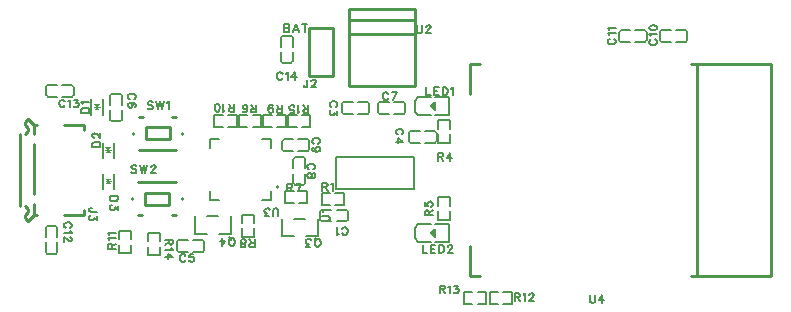
<source format=gto>
G04 Layer: TopSilkscreenLayer*
G04 EasyEDA Pro v2.1.42.467b0aa0, 2024-01-03 14:17:13*
G04 Gerber Generator version 0.3*
G04 Scale: 100 percent, Rotated: No, Reflected: No*
G04 Dimensions in millimeters*
G04 Leading zeros omitted, absolute positions, 3 integers and 5 decimals*
%FSLAX35Y35*%
%MOMM*%
%ADD10C,0.1524*%
%ADD11C,0.2032*%
%ADD12C,0.254*%
%ADD13C,0.13*%
%ADD14C,0.1*%
%ADD15C,0.1517*%
%ADD16C,0.15001*%
G75*


G04 Text Start*
G54D10*
G01X4638040Y2710434D02*
G01X4638040Y2645410D01*
G01X4638040Y2710434D02*
G01X4665980Y2710434D01*
G01X4675124Y2707386D01*
G01X4678172Y2704338D01*
G01X4681474Y2697988D01*
G01Y2691892D01*
G01X4678172Y2685796D01*
G01X4675124Y2682748D01*
G01X4665980Y2679446D01*
G01X4638040Y2679446D02*
G01X4665980Y2679446D01*
G01X4675124Y2676398D01*
G01X4678172Y2673350D01*
G01X4681474Y2667254D01*
G01Y2657856D01*
G01X4678172Y2651760D01*
G01X4675124Y2648458D01*
G01X4665980Y2645410D01*
G01X4638040D01*
G01X4736338Y2710434D02*
G01X4711700Y2645410D01*
G01X4736338Y2710434D02*
G01X4761230Y2645410D01*
G01X4720844Y2667254D02*
G01X4751832Y2667254D01*
G01X4813046Y2710434D02*
G01X4813046Y2645410D01*
G01X4791456Y2710434D02*
G01X4834636Y2710434D01*
G01X7227570Y419354D02*
G01X7227570Y372872D01*
G01X7230618Y363728D01*
G01X7236968Y357378D01*
G01X7246112Y354330D01*
G01X7252462D01*
G01X7261606Y357378D01*
G01X7267702Y363728D01*
G01X7271004Y372872D01*
G01Y419354D01*
G01X7331964Y419354D02*
G01X7301230Y376174D01*
G01X7347458D01*
G01X7331964Y419354D02*
G01X7331964Y354330D01*
G01X4587578Y1088352D02*
G01X4587578Y1134834D01*
G01X4584530Y1143978D01*
G01X4578180Y1150328D01*
G01X4569036Y1153376D01*
G01X4562686D01*
G01X4553542Y1150328D01*
G01X4547446Y1143978D01*
G01X4544144Y1134834D01*
G01Y1088352D01*
G01X4507822Y1088352D02*
G01X4473786Y1088352D01*
G01X4492328Y1112990D01*
G01X4483184D01*
G01X4476834Y1116038D01*
G01X4473786Y1119340D01*
G01X4470738Y1128484D01*
G01Y1134834D01*
G01X4473786Y1143978D01*
G01X4479882Y1150328D01*
G01X4489280Y1153376D01*
G01X4498678D01*
G01X4507822Y1150328D01*
G01X4510870Y1147026D01*
G01X4513918Y1140930D01*
G01X4957945Y1048431D02*
G01X5004427Y1048431D01*
G01X5013571Y1051479D01*
G01X5019921Y1057829D01*
G01X5022969Y1066973D01*
G01Y1073323D01*
G01X5019921Y1082467D01*
G01X5013571Y1088563D01*
G01X5004427Y1091865D01*
G01X4957945D01*
G01X4970391Y1122091D02*
G01X4967089Y1128187D01*
G01X4957945Y1137331D01*
G01X5022969D01*
G01X3050794Y1124712D02*
G01X3001264Y1124712D01*
G01X2992120Y1127760D01*
G01X2988818Y1130808D01*
G01X2985770Y1137158D01*
G01Y1143254D01*
G01X2988818Y1149604D01*
G01X2992120Y1152652D01*
G01X3001264Y1155700D01*
G01X3007614D01*
G01X3050794Y1088390D02*
G01X3050794Y1054354D01*
G01X3026156Y1072896D01*
G01Y1063752D01*
G01X3023108Y1057402D01*
G01X3019806Y1054354D01*
G01X3010662Y1051306D01*
G01X3004312D01*
G01X2995168Y1054354D01*
G01X2988818Y1060450D01*
G01X2985770Y1069848D01*
G01Y1079246D01*
G01X2988818Y1088390D01*
G01X2992120Y1091438D01*
G01X2998216Y1094486D01*
G01X2919476Y1963420D02*
G01X2984500Y1963420D01*
G01X2919476Y1963420D02*
G01X2919476Y1985010D01*
G01X2922524Y1994408D01*
G01X2928620Y2000504D01*
G01X2934970Y2003552D01*
G01X2944114Y2006854D01*
G01X2959608D01*
G01X2969006Y2003552D01*
G01X2975102Y2000504D01*
G01X2981452Y1994408D01*
G01X2984500Y1985010D01*
G01Y1963420D01*
G01X2931922Y2037080D02*
G01X2928620Y2043176D01*
G01X2919476Y2052320D01*
G01X2984500D01*
G01X3014726Y1675130D02*
G01X3079750Y1675130D01*
G01X3014726Y1675130D02*
G01X3014726Y1696720D01*
G01X3017774Y1706118D01*
G01X3023870Y1712214D01*
G01X3030220Y1715262D01*
G01X3039364Y1718564D01*
G01X3054858D01*
G01X3064256Y1715262D01*
G01X3070352Y1712214D01*
G01X3076702Y1706118D01*
G01X3079750Y1696720D01*
G01Y1675130D01*
G01X3030220Y1751838D02*
G01X3027172Y1751838D01*
G01X3020822Y1754886D01*
G01X3017774Y1757934D01*
G01X3014726Y1764030D01*
G01Y1776476D01*
G01X3017774Y1782826D01*
G01X3020822Y1785874D01*
G01X3027172Y1788922D01*
G01X3033268D01*
G01X3039364Y1785874D01*
G01X3048762Y1779524D01*
G01X3079750Y1748790D01*
G01Y1791970D01*
G01X3228594Y1256030D02*
G01X3163570Y1256030D01*
G01X3228594Y1256030D02*
G01X3228594Y1234440D01*
G01X3225546Y1225042D01*
G01X3219450Y1218946D01*
G01X3213100Y1215898D01*
G01X3203956Y1212596D01*
G01X3188462D01*
G01X3179064Y1215898D01*
G01X3172968Y1218946D01*
G01X3166618Y1225042D01*
G01X3163570Y1234440D01*
G01Y1256030D01*
G01X3228594Y1176274D02*
G01X3228594Y1142238D01*
G01X3203956Y1160780D01*
G01Y1151636D01*
G01X3200908Y1145286D01*
G01X3197606Y1142238D01*
G01X3188462Y1139190D01*
G01X3182112D01*
G01X3172968Y1142238D01*
G01X3166618Y1148334D01*
G01X3163570Y1157732D01*
G01Y1167130D01*
G01X3166618Y1176274D01*
G01X3169920Y1179322D01*
G01X3176016Y1182370D01*
G01X4926838Y830326D02*
G01X4932934Y833374D01*
G01X4939284Y839470D01*
G01X4942332Y845820D01*
G01X4945380Y854964D01*
G01Y870458D01*
G01X4942332Y879856D01*
G01X4939284Y885952D01*
G01X4932934Y892302D01*
G01X4926838Y895350D01*
G01X4914392D01*
G01X4908296Y892302D01*
G01X4901946Y885952D01*
G01X4898898Y879856D01*
G01X4895850Y870458D01*
G01Y854964D01*
G01X4898898Y845820D01*
G01X4901946Y839470D01*
G01X4908296Y833374D01*
G01X4914392Y830326D01*
G01X4926838D01*
G01X4917440Y882904D02*
G01X4898898Y901446D01*
G01X4859528Y830326D02*
G01X4825492Y830326D01*
G01X4844034Y854964D01*
G01X4834890D01*
G01X4828540Y858012D01*
G01X4825492Y861314D01*
G01X4822444Y870458D01*
G01Y876808D01*
G01X4825492Y885952D01*
G01X4831588Y892302D01*
G01X4840986Y895350D01*
G01X4850384D01*
G01X4859528Y892302D01*
G01X4862576Y889000D01*
G01X4865624Y882904D01*
G01X4200398Y836676D02*
G01X4206494Y839724D01*
G01X4212844Y845820D01*
G01X4215892Y852170D01*
G01X4218940Y861314D01*
G01Y876808D01*
G01X4215892Y886206D01*
G01X4212844Y892302D01*
G01X4206494Y898652D01*
G01X4200398Y901700D01*
G01X4187952D01*
G01X4181856Y898652D01*
G01X4175506Y892302D01*
G01X4172458Y886206D01*
G01X4169410Y876808D01*
G01Y861314D01*
G01X4172458Y852170D01*
G01X4175506Y845820D01*
G01X4181856Y839724D01*
G01X4187952Y836676D01*
G01X4200398D01*
G01X4191000Y889254D02*
G01X4172458Y907796D01*
G01X4108450Y836676D02*
G01X4139184Y879856D01*
G01X4092956D01*
G01X4108450Y836676D02*
G01X4108450Y901700D01*
G01X5130068Y943280D02*
G01X5133116Y936930D01*
G01X5139466Y930834D01*
G01X5145562Y927786D01*
G01X5158008D01*
G01X5164104Y930834D01*
G01X5170454Y936930D01*
G01X5173502Y943280D01*
G01X5176550Y952424D01*
G01Y967918D01*
G01X5173502Y977316D01*
G01X5170454Y983412D01*
G01X5164104Y989762D01*
G01X5158008Y992810D01*
G01X5145562D01*
G01X5139466Y989762D01*
G01X5133116Y983412D01*
G01X5130068Y977316D01*
G01X5099842Y940232D02*
G01X5093746Y936930D01*
G01X5084602Y927786D01*
G01Y992810D01*
G01X3145536Y811530D02*
G01X3210560Y811530D01*
G01X3145536Y811530D02*
G01X3145536Y839470D01*
G01X3148584Y848614D01*
G01X3151632Y851662D01*
G01X3157982Y854964D01*
G01X3164078D01*
G01X3170174Y851662D01*
G01X3173222Y848614D01*
G01X3176524Y839470D01*
G01Y811530D01*
G01X3176524Y833120D02*
G01X3210560Y854964D01*
G01X3157982Y885190D02*
G01X3154680Y891286D01*
G01X3145536Y900430D01*
G01X3210560D01*
G01X3157982Y930656D02*
G01X3154680Y936752D01*
G01X3145536Y945896D01*
G01X3210560D01*
G01X3694684Y889000D02*
G01X3629660Y889000D01*
G01X3694684Y889000D02*
G01X3694684Y861060D01*
G01X3691636Y851916D01*
G01X3688588Y848868D01*
G01X3682238Y845566D01*
G01X3676142D01*
G01X3670046Y848868D01*
G01X3666998Y851916D01*
G01X3663696Y861060D01*
G01Y889000D01*
G01X3663696Y867410D02*
G01X3629660Y845566D01*
G01X3682238Y815340D02*
G01X3685540Y809244D01*
G01X3694684Y800100D01*
G01X3629660D01*
G01X3694684Y739140D02*
G01X3651504Y769874D01*
G01Y723646D01*
G01X3694684Y739140D02*
G01X3629660Y739140D01*
G54D11*
G01X4663440Y1358646D02*
G01X4663440Y1296924D01*
G01X4663440Y1358646D02*
G01X4689856Y1358646D01*
G01X4698746Y1355598D01*
G01X4701540Y1352804D01*
G01X4704588Y1346708D01*
G01Y1340866D01*
G01X4701540Y1335024D01*
G01X4698746Y1332230D01*
G01X4689856Y1329182D01*
G01X4663440D01*
G01X4684014Y1329182D02*
G01X4704588Y1296924D01*
G01X4780026Y1358646D02*
G01X4750816Y1296924D01*
G01X4739132Y1358646D02*
G01X4780026Y1358646D01*
G54D10*
G01X4386580Y825246D02*
G01X4386580Y890270D01*
G01X4386580Y825246D02*
G01X4358640Y825246D01*
G01X4349496Y828294D01*
G01X4346448Y831342D01*
G01X4343146Y837692D01*
G01Y843788D01*
G01X4346448Y849884D01*
G01X4349496Y852932D01*
G01X4358640Y856234D01*
G01X4386580D01*
G01X4364990Y856234D02*
G01X4343146Y890270D01*
G01X4297680Y825246D02*
G01X4306824Y828294D01*
G01X4309872Y834390D01*
G01Y840740D01*
G01X4306824Y846836D01*
G01X4300728Y849884D01*
G01X4288282Y852932D01*
G01X4278884Y856234D01*
G01X4272788Y862330D01*
G01X4269740Y868426D01*
G01Y877824D01*
G01X4272788Y883920D01*
G01X4275836Y887222D01*
G01X4285234Y890270D01*
G01X4297680D01*
G01X4306824Y887222D01*
G01X4309872Y883920D01*
G01X4312920Y877824D01*
G01Y868426D01*
G01X4309872Y862330D01*
G01X4303776Y856234D01*
G01X4294378Y852932D01*
G01X4282186Y849884D01*
G01X4275836Y846836D01*
G01X4272788Y840740D01*
G01Y834390D01*
G01X4275836Y828294D01*
G01X4285234Y825246D01*
G01X4297680D01*
G01X4961890Y1369314D02*
G01X4961890Y1304290D01*
G01X4961890Y1369314D02*
G01X4989830Y1369314D01*
G01X4998974Y1366266D01*
G01X5002022Y1363218D01*
G01X5005324Y1356868D01*
G01Y1350772D01*
G01X5002022Y1344676D01*
G01X4998974Y1341628D01*
G01X4989830Y1338326D01*
G01X4961890D01*
G01X4983480Y1338326D02*
G01X5005324Y1304290D01*
G01X5035550Y1356868D02*
G01X5041646Y1360170D01*
G01X5050790Y1369314D01*
G01Y1304290D01*
G01X4211320Y1972056D02*
G01X4211320Y2037080D01*
G01X4211320Y1972056D02*
G01X4183380Y1972056D01*
G01X4174236Y1975104D01*
G01X4171188Y1978152D01*
G01X4167886Y1984502D01*
G01Y1990598D01*
G01X4171188Y1996694D01*
G01X4174236Y1999742D01*
G01X4183380Y2003044D01*
G01X4211320D01*
G01X4189730Y2003044D02*
G01X4167886Y2037080D01*
G01X4137660Y1984502D02*
G01X4131564Y1981200D01*
G01X4122420Y1972056D01*
G01Y2037080D01*
G01X4073652Y1972056D02*
G01X4083050Y1975104D01*
G01X4089146Y1984502D01*
G01X4092194Y1999742D01*
G01Y2009140D01*
G01X4089146Y2024634D01*
G01X4083050Y2034032D01*
G01X4073652Y2037080D01*
G01X4067556D01*
G01X4058158Y2034032D01*
G01X4052062Y2024634D01*
G01X4049014Y2009140D01*
G01Y1999742D01*
G01X4052062Y1984502D01*
G01X4058158Y1975104D01*
G01X4067556Y1972056D01*
G01X4073652D01*
G01X4616450Y1963166D02*
G01X4616450Y2028190D01*
G01X4616450Y1963166D02*
G01X4588510Y1963166D01*
G01X4579366Y1966214D01*
G01X4576318Y1969262D01*
G01X4573016Y1975612D01*
G01Y1981708D01*
G01X4576318Y1987804D01*
G01X4579366Y1990852D01*
G01X4588510Y1994154D01*
G01X4616450D01*
G01X4594860Y1994154D02*
G01X4573016Y2028190D01*
G01X4502658Y1984756D02*
G01X4505706Y1994154D01*
G01X4512056Y2000250D01*
G01X4521200Y2003298D01*
G01X4524248D01*
G01X4533646Y2000250D01*
G01X4539742Y1994154D01*
G01X4542790Y1984756D01*
G01Y1981708D01*
G01X4539742Y1972310D01*
G01X4533646Y1966214D01*
G01X4524248Y1963166D01*
G01X4521200D01*
G01X4512056Y1966214D01*
G01X4505706Y1972310D01*
G01X4502658Y1984756D01*
G01Y2000250D01*
G01X4505706Y2015744D01*
G01X4512056Y2025142D01*
G01X4521200Y2028190D01*
G01X4527550D01*
G01X4536694Y2025142D01*
G01X4539742Y2018792D01*
G01X4843526Y1961896D02*
G01X4843526Y2026920D01*
G01X4843526Y1961896D02*
G01X4815586Y1961896D01*
G01X4806442Y1964944D01*
G01X4803394Y1967992D01*
G01X4800092Y1974342D01*
G01Y1980438D01*
G01X4803394Y1986534D01*
G01X4806442Y1989582D01*
G01X4815586Y1992884D01*
G01X4843526D01*
G01X4821936Y1992884D02*
G01X4800092Y2026920D01*
G01X4769866Y1974342D02*
G01X4763770Y1971040D01*
G01X4754626Y1961896D01*
G01Y2026920D01*
G01X4687316Y1961896D02*
G01X4718304Y1961896D01*
G01X4721352Y1989582D01*
G01X4718304Y1986534D01*
G01X4709160Y1983486D01*
G01X4699762D01*
G01X4690364Y1986534D01*
G01X4684268Y1992884D01*
G01X4681220Y2002028D01*
G01Y2008378D01*
G01X4684268Y2017522D01*
G01X4690364Y2023872D01*
G01X4699762Y2026920D01*
G01X4709160D01*
G01X4718304Y2023872D01*
G01X4721352Y2020570D01*
G01X4724400Y2014474D01*
G01X4400550Y1966976D02*
G01X4400550Y2032000D01*
G01X4400550Y1966976D02*
G01X4372610Y1966976D01*
G01X4363466Y1970024D01*
G01X4360418Y1973072D01*
G01X4357116Y1979422D01*
G01Y1985518D01*
G01X4360418Y1991614D01*
G01X4363466Y1994662D01*
G01X4372610Y1997964D01*
G01X4400550D01*
G01X4378960Y1997964D02*
G01X4357116Y2032000D01*
G01X4289806Y1976120D02*
G01X4292854Y1970024D01*
G01X4302252Y1966976D01*
G01X4308348D01*
G01X4317746Y1970024D01*
G01X4323842Y1979422D01*
G01X4326890Y1994662D01*
G01Y2010156D01*
G01X4323842Y2022602D01*
G01X4317746Y2028952D01*
G01X4308348Y2032000D01*
G01X4305300D01*
G01X4296156Y2028952D01*
G01X4289806Y2022602D01*
G01X4286758Y2013458D01*
G01Y2010156D01*
G01X4289806Y2001012D01*
G01X4296156Y1994662D01*
G01X4305300Y1991614D01*
G01X4308348D01*
G01X4317746Y1994662D01*
G01X4323842Y2001012D01*
G01X4326890Y2010156D01*
G01X3801872Y751840D02*
G01X3798824Y758190D01*
G01X3792474Y764286D01*
G01X3786378Y767334D01*
G01X3773932D01*
G01X3767836Y764286D01*
G01X3761486Y758190D01*
G01X3758438Y751840D01*
G01X3755390Y742696D01*
G01Y727202D01*
G01X3758438Y717804D01*
G01X3761486Y711708D01*
G01X3767836Y705358D01*
G01X3773932Y702310D01*
G01X3786378D01*
G01X3792474Y705358D01*
G01X3798824Y711708D01*
G01X3801872Y717804D01*
G01X3869182Y767334D02*
G01X3838194Y767334D01*
G01X3835146Y739648D01*
G01X3838194Y742696D01*
G01X3847338Y745744D01*
G01X3856736D01*
G01X3866134Y742696D01*
G01X3872230Y736346D01*
G01X3875278Y727202D01*
G01Y720852D01*
G01X3872230Y711708D01*
G01X3866134Y705358D01*
G01X3856736Y702310D01*
G01X3847338D01*
G01X3838194Y705358D01*
G01X3835146Y708660D01*
G01X3832098Y714756D01*
G01X3364560Y2076988D02*
G01X3370910Y2080036D01*
G01X3377006Y2086386D01*
G01X3380054Y2092482D01*
G01Y2104928D01*
G01X3377006Y2111024D01*
G01X3370910Y2117374D01*
G01X3364560Y2120422D01*
G01X3355416Y2123470D01*
G01X3339922D01*
G01X3330524Y2120422D01*
G01X3324428Y2117374D01*
G01X3318078Y2111024D01*
G01X3315030Y2104928D01*
G01Y2092482D01*
G01X3318078Y2086386D01*
G01X3324428Y2080036D01*
G01X3330524Y2076988D01*
G01X3370910Y2009678D02*
G01X3377006Y2012726D01*
G01X3380054Y2022124D01*
G01Y2028220D01*
G01X3377006Y2037618D01*
G01X3367608Y2043714D01*
G01X3352368Y2046762D01*
G01X3336874D01*
G01X3324428Y2043714D01*
G01X3318078Y2037618D01*
G01X3315030Y2028220D01*
G01Y2025172D01*
G01X3318078Y2016028D01*
G01X3324428Y2009678D01*
G01X3333572Y2006630D01*
G01X3336874D01*
G01X3346018Y2009678D01*
G01X3352368Y2016028D01*
G01X3355416Y2025172D01*
G01Y2028220D01*
G01X3352368Y2037618D01*
G01X3346018Y2043714D01*
G01X3336874Y2046762D01*
G01X6591300Y434594D02*
G01X6591300Y369570D01*
G01X6591300Y434594D02*
G01X6619240Y434594D01*
G01X6628384Y431546D01*
G01X6631432Y428498D01*
G01X6634734Y422148D01*
G01Y416052D01*
G01X6631432Y409956D01*
G01X6628384Y406908D01*
G01X6619240Y403606D01*
G01X6591300D01*
G01X6612890Y403606D02*
G01X6634734Y369570D01*
G01X6664960Y422148D02*
G01X6671056Y425450D01*
G01X6680200Y434594D01*
G01Y369570D01*
G01X6713474Y419100D02*
G01X6713474Y422148D01*
G01X6716522Y428498D01*
G01X6719570Y431546D01*
G01X6725666Y434594D01*
G01X6738112D01*
G01X6744462Y431546D01*
G01X6747510Y428498D01*
G01X6750558Y422148D01*
G01Y416052D01*
G01X6747510Y409956D01*
G01X6741160Y400558D01*
G01X6710426Y369570D01*
G01X6753606D01*
G01X5953760Y499364D02*
G01X5953760Y434340D01*
G01X5953760Y499364D02*
G01X5981700Y499364D01*
G01X5990844Y496316D01*
G01X5993892Y493268D01*
G01X5997194Y486918D01*
G01Y480822D01*
G01X5993892Y474726D01*
G01X5990844Y471678D01*
G01X5981700Y468376D01*
G01X5953760D01*
G01X5975350Y468376D02*
G01X5997194Y434340D01*
G01X6027420Y486918D02*
G01X6033516Y490220D01*
G01X6042660Y499364D01*
G01Y434340D01*
G01X6078982Y499364D02*
G01X6113018Y499364D01*
G01X6094476Y474726D01*
G01X6103620D01*
G01X6109970Y471678D01*
G01X6113018Y468376D01*
G01X6116066Y459232D01*
G01Y452882D01*
G01X6113018Y443738D01*
G01X6106922Y437388D01*
G01X6097524Y434340D01*
G01X6088126D01*
G01X6078982Y437388D01*
G01X6075934Y440690D01*
G01X6072886Y446786D01*
G01X5941060Y1623314D02*
G01X5941060Y1558290D01*
G01X5941060Y1623314D02*
G01X5969000Y1623314D01*
G01X5978144Y1620266D01*
G01X5981192Y1617218D01*
G01X5984494Y1610868D01*
G01Y1604772D01*
G01X5981192Y1598676D01*
G01X5978144Y1595628D01*
G01X5969000Y1592326D01*
G01X5941060D01*
G01X5962650Y1592326D02*
G01X5984494Y1558290D01*
G01X6045454Y1623314D02*
G01X6014720Y1580134D01*
G01X6060948D01*
G01X6045454Y1623314D02*
G01X6045454Y1558290D01*
G01X5829046Y1094740D02*
G01X5894070Y1094740D01*
G01X5829046Y1094740D02*
G01X5829046Y1122680D01*
G01X5832094Y1131824D01*
G01X5835142Y1134872D01*
G01X5841492Y1138174D01*
G01X5847588D01*
G01X5853684Y1134872D01*
G01X5856732Y1131824D01*
G01X5860034Y1122680D01*
G01Y1094740D01*
G01X5860034Y1116330D02*
G01X5894070Y1138174D01*
G01X5829046Y1205484D02*
G01X5829046Y1174496D01*
G01X5856732Y1171448D01*
G01X5853684Y1174496D01*
G01X5850636Y1183640D01*
G01Y1193038D01*
G01X5853684Y1202436D01*
G01X5860034Y1208532D01*
G01X5869178Y1211580D01*
G01X5875528D01*
G01X5884672Y1208532D01*
G01X5891022Y1202436D01*
G01X5894070Y1193038D01*
G01Y1183640D01*
G01X5891022Y1174496D01*
G01X5887720Y1171448D01*
G01X5881624Y1168400D01*
G01X4834128Y2244344D02*
G01X4834128Y2194814D01*
G01X4831080Y2185670D01*
G01X4828032Y2182368D01*
G01X4821682Y2179320D01*
G01X4815586D01*
G01X4809236Y2182368D01*
G01X4806188Y2185670D01*
G01X4803140Y2194814D01*
G01Y2201164D01*
G01X4867402Y2228850D02*
G01X4867402Y2231898D01*
G01X4870450Y2238248D01*
G01X4873498Y2241296D01*
G01X4879594Y2244344D01*
G01X4892040D01*
G01X4898390Y2241296D01*
G01X4901438Y2238248D01*
G01X4904486Y2231898D01*
G01Y2225802D01*
G01X4901438Y2219706D01*
G01X4895088Y2210308D01*
G01X4864354Y2179320D01*
G01X4907534D01*
G01X5842000Y2178304D02*
G01X5842000Y2113280D01*
G01X5842000Y2113280D02*
G01X5879084Y2113280D01*
G01X5909310Y2178304D02*
G01X5909310Y2113280D01*
G01X5909310Y2178304D02*
G01X5949442Y2178304D01*
G01X5909310Y2147316D02*
G01X5933948Y2147316D01*
G01X5909310Y2113280D02*
G01X5949442Y2113280D01*
G01X5979668Y2178304D02*
G01X5979668Y2113280D01*
G01X5979668Y2178304D02*
G01X6001258Y2178304D01*
G01X6010402Y2175256D01*
G01X6016752Y2169160D01*
G01X6019800Y2162810D01*
G01X6022848Y2153666D01*
G01Y2138172D01*
G01X6019800Y2128774D01*
G01X6016752Y2122678D01*
G01X6010402Y2116328D01*
G01X6001258Y2113280D01*
G01X5979668D01*
G01X6053074Y2165858D02*
G01X6059170Y2169160D01*
G01X6068314Y2178304D01*
G01Y2113280D01*
G01X3386074Y1508760D02*
G01X3379724Y1514856D01*
G01X3370580Y1517904D01*
G01X3358134D01*
G01X3348736Y1514856D01*
G01X3342640Y1508760D01*
G01Y1502410D01*
G01X3345688Y1496314D01*
G01X3348736Y1493266D01*
G01X3355086Y1490218D01*
G01X3373628Y1483868D01*
G01X3379724Y1480820D01*
G01X3382772Y1477772D01*
G01X3386074Y1471422D01*
G01Y1462278D01*
G01X3379724Y1455928D01*
G01X3370580Y1452880D01*
G01X3358134D01*
G01X3348736Y1455928D01*
G01X3342640Y1462278D01*
G01X3416300Y1517904D02*
G01X3431540Y1452880D01*
G01X3447034Y1517904D02*
G01X3431540Y1452880D01*
G01X3447034Y1517904D02*
G01X3462528Y1452880D01*
G01X3478022Y1517904D02*
G01X3462528Y1452880D01*
G01X3511296Y1502410D02*
G01X3511296Y1505458D01*
G01X3514344Y1511808D01*
G01X3517392Y1514856D01*
G01X3523488Y1517904D01*
G01X3535934D01*
G01X3542284Y1514856D01*
G01X3545332Y1511808D01*
G01X3548380Y1505458D01*
G01Y1499362D01*
G01X3545332Y1493266D01*
G01X3538982Y1483868D01*
G01X3508248Y1452880D01*
G01X3551428D01*
G01X3525774Y2049780D02*
G01X3519424Y2055876D01*
G01X3510280Y2058924D01*
G01X3497834D01*
G01X3488436Y2055876D01*
G01X3482340Y2049780D01*
G01Y2043430D01*
G01X3485388Y2037334D01*
G01X3488436Y2034286D01*
G01X3494786Y2031238D01*
G01X3513328Y2024888D01*
G01X3519424Y2021840D01*
G01X3522472Y2018792D01*
G01X3525774Y2012442D01*
G01Y2003298D01*
G01X3519424Y1996948D01*
G01X3510280Y1993900D01*
G01X3497834D01*
G01X3488436Y1996948D01*
G01X3482340Y2003298D01*
G01X3556000Y2058924D02*
G01X3571240Y1993900D01*
G01X3586734Y2058924D02*
G01X3571240Y1993900D01*
G01X3586734Y2058924D02*
G01X3602228Y1993900D01*
G01X3617722Y2058924D02*
G01X3602228Y1993900D01*
G01X3647948Y2046478D02*
G01X3654044Y2049780D01*
G01X3663188Y2058924D01*
G01Y1993900D01*
G01X5763260Y2704084D02*
G01X5763260Y2657602D01*
G01X5766308Y2648458D01*
G01X5772658Y2642108D01*
G01X5781802Y2639060D01*
G01X5788152D01*
G01X5797296Y2642108D01*
G01X5803392Y2648458D01*
G01X5806694Y2657602D01*
G01Y2704084D01*
G01X5839968Y2688590D02*
G01X5839968Y2691638D01*
G01X5843016Y2697988D01*
G01X5846064Y2701036D01*
G01X5852160Y2704084D01*
G01X5864606D01*
G01X5870956Y2701036D01*
G01X5874004Y2697988D01*
G01X5877052Y2691638D01*
G01Y2685542D01*
G01X5874004Y2679446D01*
G01X5867654Y2670048D01*
G01X5836920Y2639060D01*
G01X5880100D01*
G01X4623562Y2291080D02*
G01X4620514Y2297430D01*
G01X4614164Y2303526D01*
G01X4608068Y2306574D01*
G01X4595622D01*
G01X4589526Y2303526D01*
G01X4583176Y2297430D01*
G01X4580128Y2291080D01*
G01X4577080Y2281936D01*
G01Y2266442D01*
G01X4580128Y2257044D01*
G01X4583176Y2250948D01*
G01X4589526Y2244598D01*
G01X4595622Y2241550D01*
G01X4608068D01*
G01X4614164Y2244598D01*
G01X4620514Y2250948D01*
G01X4623562Y2257044D01*
G01X4653788Y2294128D02*
G01X4659884Y2297430D01*
G01X4669028Y2306574D01*
G01Y2241550D01*
G01X4729988Y2306574D02*
G01X4699254Y2263394D01*
G01X4745482D01*
G01X4729988Y2306574D02*
G01X4729988Y2241550D01*
G01X5072380Y2013458D02*
G01X5078730Y2016506D01*
G01X5084826Y2022856D01*
G01X5087874Y2028952D01*
G01Y2041398D01*
G01X5084826Y2047494D01*
G01X5078730Y2053844D01*
G01X5072380Y2056892D01*
G01X5063236Y2059940D01*
G01X5047742D01*
G01X5038344Y2056892D01*
G01X5032248Y2053844D01*
G01X5025898Y2047494D01*
G01X5022850Y2041398D01*
G01Y2028952D01*
G01X5025898Y2022856D01*
G01X5032248Y2016506D01*
G01X5038344Y2013458D01*
G01X5087874Y1977136D02*
G01X5087874Y1943100D01*
G01X5063236Y1961642D01*
G01Y1952498D01*
G01X5060188Y1946148D01*
G01X5056886Y1943100D01*
G01X5047742Y1940052D01*
G01X5041392D01*
G01X5032248Y1943100D01*
G01X5025898Y1949196D01*
G01X5022850Y1958594D01*
G01Y1967992D01*
G01X5025898Y1977136D01*
G01X5029200Y1980184D01*
G01X5035296Y1983232D01*
G01X5632298Y1779778D02*
G01X5638648Y1782826D01*
G01X5644744Y1789176D01*
G01X5647792Y1795272D01*
G01Y1807718D01*
G01X5644744Y1813814D01*
G01X5638648Y1820164D01*
G01X5632298Y1823212D01*
G01X5623154Y1826260D01*
G01X5607660D01*
G01X5598262Y1823212D01*
G01X5592166Y1820164D01*
G01X5585816Y1813814D01*
G01X5582768Y1807718D01*
G01Y1795272D01*
G01X5585816Y1789176D01*
G01X5592166Y1782826D01*
G01X5598262Y1779778D01*
G01X5647792Y1718818D02*
G01X5604612Y1749552D01*
G01Y1703324D01*
G01X5647792Y1718818D02*
G01X5582768Y1718818D01*
G01X5520182Y2120900D02*
G01X5517134Y2127250D01*
G01X5510784Y2133346D01*
G01X5504688Y2136394D01*
G01X5492242D01*
G01X5486146Y2133346D01*
G01X5479796Y2127250D01*
G01X5476748Y2120900D01*
G01X5473700Y2111756D01*
G01Y2096262D01*
G01X5476748Y2086864D01*
G01X5479796Y2080768D01*
G01X5486146Y2074418D01*
G01X5492242Y2071370D01*
G01X5504688D01*
G01X5510784Y2074418D01*
G01X5517134Y2080768D01*
G01X5520182Y2086864D01*
G01X5593588Y2136394D02*
G01X5562600Y2071370D01*
G01X5550408Y2136394D02*
G01X5593588Y2136394D01*
G01X2779522Y2058670D02*
G01X2776474Y2065020D01*
G01X2770124Y2071116D01*
G01X2764028Y2074164D01*
G01X2751582D01*
G01X2745486Y2071116D01*
G01X2739136Y2065020D01*
G01X2736088Y2058670D01*
G01X2733040Y2049526D01*
G01Y2034032D01*
G01X2736088Y2024634D01*
G01X2739136Y2018538D01*
G01X2745486Y2012188D01*
G01X2751582Y2009140D01*
G01X2764028D01*
G01X2770124Y2012188D01*
G01X2776474Y2018538D01*
G01X2779522Y2024634D01*
G01X2809748Y2061718D02*
G01X2815844Y2065020D01*
G01X2824988Y2074164D01*
G01Y2009140D01*
G01X2861310Y2074164D02*
G01X2895346Y2074164D01*
G01X2876804Y2049526D01*
G01X2885948D01*
G01X2892298Y2046478D01*
G01X2895346Y2043176D01*
G01X2898394Y2034032D01*
G01Y2027682D01*
G01X2895346Y2018538D01*
G01X2889250Y2012188D01*
G01X2879852Y2009140D01*
G01X2870454D01*
G01X2861310Y2012188D01*
G01X2858262Y2015490D01*
G01X2855214Y2021586D01*
G01X4883150Y1483868D02*
G01X4889500Y1486916D01*
G01X4895596Y1493266D01*
G01X4898644Y1499362D01*
G01Y1511808D01*
G01X4895596Y1517904D01*
G01X4889500Y1524254D01*
G01X4883150Y1527302D01*
G01X4874006Y1530350D01*
G01X4858512D01*
G01X4849114Y1527302D01*
G01X4843018Y1524254D01*
G01X4836668Y1517904D01*
G01X4833620Y1511808D01*
G01Y1499362D01*
G01X4836668Y1493266D01*
G01X4843018Y1486916D01*
G01X4849114Y1483868D01*
G01X4898644Y1438402D02*
G01X4895596Y1447546D01*
G01X4889500Y1450594D01*
G01X4883150D01*
G01X4877054Y1447546D01*
G01X4874006Y1441450D01*
G01X4870958Y1429004D01*
G01X4867656Y1419606D01*
G01X4861560Y1413510D01*
G01X4855464Y1410462D01*
G01X4846066D01*
G01X4839970Y1413510D01*
G01X4836668Y1416558D01*
G01X4833620Y1425956D01*
G01Y1438402D01*
G01X4836668Y1447546D01*
G01X4839970Y1450594D01*
G01X4846066Y1453642D01*
G01X4855464D01*
G01X4861560Y1450594D01*
G01X4867656Y1444498D01*
G01X4870958Y1435100D01*
G01X4874006Y1422908D01*
G01X4877054Y1416558D01*
G01X4883150Y1413510D01*
G01X4889500D01*
G01X4895596Y1416558D01*
G01X4898644Y1425956D01*
G01Y1438402D01*
G01X4925060Y1702308D02*
G01X4931410Y1705356D01*
G01X4937506Y1711706D01*
G01X4940554Y1717802D01*
G01Y1730248D01*
G01X4937506Y1736344D01*
G01X4931410Y1742694D01*
G01X4925060Y1745742D01*
G01X4915916Y1748790D01*
G01X4900422D01*
G01X4891024Y1745742D01*
G01X4884928Y1742694D01*
G01X4878578Y1736344D01*
G01X4875530Y1730248D01*
G01Y1717802D01*
G01X4878578Y1711706D01*
G01X4884928Y1705356D01*
G01X4891024Y1702308D01*
G01X4918964Y1631950D02*
G01X4909566Y1634998D01*
G01X4903470Y1641348D01*
G01X4900422Y1650492D01*
G01Y1653540D01*
G01X4903470Y1662938D01*
G01X4909566Y1669034D01*
G01X4918964Y1672082D01*
G01X4922012D01*
G01X4931410Y1669034D01*
G01X4937506Y1662938D01*
G01X4940554Y1653540D01*
G01Y1650492D01*
G01X4937506Y1641348D01*
G01X4931410Y1634998D01*
G01X4918964Y1631950D01*
G01X4903470D01*
G01X4887976Y1634998D01*
G01X4878578Y1641348D01*
G01X4875530Y1650492D01*
G01Y1656842D01*
G01X4878578Y1665986D01*
G01X4884928Y1669034D01*
G01X7744460Y2583942D02*
G01X7738110Y2580894D01*
G01X7732014Y2574544D01*
G01X7728966Y2568448D01*
G01Y2556002D01*
G01X7732014Y2549906D01*
G01X7738110Y2543556D01*
G01X7744460Y2540508D01*
G01X7753604Y2537460D01*
G01X7769098D01*
G01X7778496Y2540508D01*
G01X7784592Y2543556D01*
G01X7790942Y2549906D01*
G01X7793990Y2556002D01*
G01Y2568448D01*
G01X7790942Y2574544D01*
G01X7784592Y2580894D01*
G01X7778496Y2583942D01*
G01X7741412Y2614168D02*
G01X7738110Y2620264D01*
G01X7728966Y2629408D01*
G01X7793990D01*
G01X7728966Y2678176D02*
G01X7732014Y2668778D01*
G01X7741412Y2662682D01*
G01X7756652Y2659634D01*
G01X7766050D01*
G01X7781544Y2662682D01*
G01X7790942Y2668778D01*
G01X7793990Y2678176D01*
G01Y2684272D01*
G01X7790942Y2693670D01*
G01X7781544Y2699766D01*
G01X7766050Y2702814D01*
G01X7756652D01*
G01X7741412Y2699766D01*
G01X7732014Y2693670D01*
G01X7728966Y2684272D01*
G01Y2678176D01*
G01X7393940Y2589022D02*
G01X7387590Y2585974D01*
G01X7381494Y2579624D01*
G01X7378446Y2573528D01*
G01Y2561082D01*
G01X7381494Y2554986D01*
G01X7387590Y2548636D01*
G01X7393940Y2545588D01*
G01X7403084Y2542540D01*
G01X7418578D01*
G01X7427976Y2545588D01*
G01X7434072Y2548636D01*
G01X7440422Y2554986D01*
G01X7443470Y2561082D01*
G01Y2573528D01*
G01X7440422Y2579624D01*
G01X7434072Y2585974D01*
G01X7427976Y2589022D01*
G01X7390892Y2619248D02*
G01X7387590Y2625344D01*
G01X7378446Y2634488D01*
G01X7443470D01*
G01X7390892Y2664714D02*
G01X7387590Y2670810D01*
G01X7378446Y2679954D01*
G01X7443470D01*
G01X5810250Y842264D02*
G01X5810250Y777240D01*
G01X5810250Y777240D02*
G01X5847334Y777240D01*
G01X5877560Y842264D02*
G01X5877560Y777240D01*
G01X5877560Y842264D02*
G01X5917692Y842264D01*
G01X5877560Y811276D02*
G01X5902198Y811276D01*
G01X5877560Y777240D02*
G01X5917692Y777240D01*
G01X5947918Y842264D02*
G01X5947918Y777240D01*
G01X5947918Y842264D02*
G01X5969508Y842264D01*
G01X5978652Y839216D01*
G01X5985002Y833120D01*
G01X5988050Y826770D01*
G01X5991098Y817626D01*
G01Y802132D01*
G01X5988050Y792734D01*
G01X5985002Y786638D01*
G01X5978652Y780288D01*
G01X5969508Y777240D01*
G01X5947918D01*
G01X6024372Y826770D02*
G01X6024372Y829818D01*
G01X6027420Y836168D01*
G01X6030468Y839216D01*
G01X6036564Y842264D01*
G01X6049010D01*
G01X6055360Y839216D01*
G01X6058408Y836168D01*
G01X6061456Y829818D01*
G01Y823722D01*
G01X6058408Y817626D01*
G01X6052058Y808228D01*
G01X6021324Y777240D01*
G01X6064504D01*
G01X2823210Y989838D02*
G01X2829560Y992886D01*
G01X2835656Y999236D01*
G01X2838704Y1005332D01*
G01Y1017778D01*
G01X2835656Y1023874D01*
G01X2829560Y1030224D01*
G01X2823210Y1033272D01*
G01X2814066Y1036320D01*
G01X2798572D01*
G01X2789174Y1033272D01*
G01X2783078Y1030224D01*
G01X2776728Y1023874D01*
G01X2773680Y1017778D01*
G01Y1005332D01*
G01X2776728Y999236D01*
G01X2783078Y992886D01*
G01X2789174Y989838D01*
G01X2826258Y959612D02*
G01X2829560Y953516D01*
G01X2838704Y944372D01*
G01X2773680D01*
G01X2823210Y911098D02*
G01X2826258Y911098D01*
G01X2832608Y908050D01*
G01X2835656Y905002D01*
G01X2838704Y898906D01*
G01Y886460D01*
G01X2835656Y880110D01*
G01X2832608Y877062D01*
G01X2826258Y874014D01*
G01X2820162D01*
G01X2814066Y877062D01*
G01X2804668Y883412D01*
G01X2773680Y914146D01*
G01Y870966D01*
G04 Text End*

G04 PolygonModel Start*
G54D12*
G01X8759652Y578272D02*
G01X8113062Y578272D01*
G01X8759652Y2378273D02*
G01X8114655Y2378273D01*
G01X8759652Y578272D02*
G01X8759652Y2378273D01*
G01X8131256Y578272D02*
G01X8131256Y2378273D01*
G01X8080370Y576572D02*
G01X8131256Y576572D01*
G01X6209655Y838657D02*
G01X6209655Y576572D01*
G01X6209655Y576572D02*
G01X6293134Y576572D01*
G01X6293134Y2378273D02*
G01X6209655Y2378273D01*
G01X6209655Y2378273D02*
G01X6209655Y2117885D01*
G01X8131256Y2378273D02*
G01X8080370Y2378273D01*
G54D10*
G01X4084150Y1225741D02*
G01X4009581Y1225741D01*
G01X4009581Y1225741D02*
G01X4009581Y1300310D01*
G01X4084150Y1740980D02*
G01X4009581Y1740980D01*
G01X4009581Y1740980D02*
G01X4009581Y1666410D01*
G01X4450250Y1225741D02*
G01X4524820Y1225741D01*
G01X4524820Y1225741D02*
G01X4524820Y1300310D01*
G01X4450250Y1740980D02*
G01X4524820Y1740980D01*
G01X4524820Y1740980D02*
G01X4524820Y1666410D01*
G01X5737741Y1315740D02*
G01X5072499Y1315740D01*
G01X5072499Y1315740D02*
G01X5072499Y1590020D01*
G01X5072499Y1590020D02*
G01X5737741Y1590020D01*
G01X5737741Y1590020D02*
G01X5737741Y1315740D01*
G54D12*
G01X2944002Y1096493D02*
G01X2944000Y1137519D01*
G01X2944002Y1856511D02*
G01X2944000Y1816453D01*
G01X2944002Y1096493D02*
G01X2771107Y1096493D01*
G01X2944002Y1856511D02*
G01X2771897Y1856511D01*
G01X2404001Y1782318D02*
G01X2404001Y1172718D01*
G01X2520587Y1096518D02*
G01X2469787Y1045718D01*
G01X2469787Y1045718D02*
G01X2444387Y1071118D01*
G01X2444387Y1071118D02*
G01X2444387Y1096518D01*
G01X2444387Y1096518D02*
G01X2469787Y1121918D01*
G01X2469787Y1121918D02*
G01X2469787Y1147318D01*
G01X2469787Y1147318D02*
G01X2444387Y1172718D01*
G01X2520587Y1858518D02*
G01X2520587Y1782318D01*
G01X2520587Y1697507D02*
G01X2520587Y1274318D01*
G01X2520587Y1189507D02*
G01X2520587Y1096518D01*
G01X2520587Y1858518D02*
G01X2469787Y1909318D01*
G01X2469787Y1909318D02*
G01X2444387Y1883918D01*
G01X2444387Y1883918D02*
G01X2444387Y1858518D01*
G01X2444387Y1858518D02*
G01X2469787Y1833118D01*
G01X2469787Y1833118D02*
G01X2469787Y1807718D01*
G01X2469787Y1807718D02*
G01X2444387Y1782318D01*
G01X2546927Y1096493D02*
G01X2520587Y1096493D01*
G01X2546137Y1856511D02*
G01X2520587Y1856511D01*
G54D13*
G01X3103080Y2076681D02*
G01X3103080Y1946679D01*
G01X3003080Y2076681D02*
G01X3003080Y1946679D01*
G54D14*
G01X3075940Y2011680D02*
G01X3027680Y2011680D01*
G36*
G01X3053080Y2011680D02*
G01X3081020Y1988820D01*
G01X3025140D01*
G01X3053080Y2011680D01*
G37*
G36*
G01X3053080Y2011680D02*
G01X3025140Y2034540D01*
G01X3081020D01*
G01X3053080Y2011680D01*
G37*
G54D13*
G01X3199600Y1710921D02*
G01X3199600Y1580919D01*
G01X3099600Y1710921D02*
G01X3099600Y1580919D01*
G54D14*
G01X3172460Y1645920D02*
G01X3124200Y1645920D01*
G36*
G01X3149600Y1645920D02*
G01X3177540Y1623060D01*
G01X3121660D01*
G01X3149600Y1645920D01*
G37*
G36*
G01X3149600Y1645920D02*
G01X3121660Y1668780D01*
G01X3177540D01*
G01X3149600Y1645920D01*
G37*
G54D13*
G01X3099600Y1316759D02*
G01X3099600Y1446761D01*
G01X3199600Y1316759D02*
G01X3199600Y1446761D01*
G54D14*
G01X3126740Y1381760D02*
G01X3175000Y1381760D01*
G36*
G01X3149600Y1381760D02*
G01X3121660Y1404620D01*
G01X3177540D01*
G01X3149600Y1381760D01*
G37*
G36*
G01X3149600Y1381760D02*
G01X3177540Y1358900D01*
G01X3121660D01*
G01X3149600Y1381760D01*
G37*
G54D10*
G01X4617499Y1063221D02*
G01X4617499Y917979D01*
G01X4617499Y917979D02*
G01X4720661Y917979D01*
G01X4922741Y1063221D02*
G01X4922741Y917979D01*
G01X4922741Y917979D02*
G01X4819579Y917979D01*
G01X4724580Y1063221D02*
G01X4815660Y1063221D01*
G01X3880899Y1084811D02*
G01X3880899Y939569D01*
G01X3880899Y939569D02*
G01X3984061Y939569D01*
G01X4186141Y1084811D02*
G01X4186141Y939569D01*
G01X4186141Y939569D02*
G01X4082979Y939569D01*
G01X3987980Y1084811D02*
G01X4079060Y1084811D01*
G01X5161310Y1042340D02*
G01X5082301Y1042340D01*
G01X5037059Y1142060D02*
G01X4958050Y1142060D01*
G01X4958050Y1042340D02*
G01X5037059Y1042340D01*
G01X4942810Y1126820D02*
G01X4942810Y1057580D01*
G01X5082301Y1142060D02*
G01X5161310Y1142060D01*
G01X5176550Y1126820D02*
G01X5176550Y1057580D01*
G01X4958050Y1142060D02*
G03X4942810Y1126820I0J-15240D01*
G01X4942810Y1057580D02*
G03X4958050Y1042340I15240J0D01*
G01X5161310Y1142060D02*
G02X5176550Y1126820I0J-15240D01*
G01X5176550Y1057580D02*
G02X5161310Y1042340I-15240J0D01*
G01X3341700Y847329D02*
G01X3341700Y775526D01*
G01X3341700Y775526D02*
G01X3241980Y775526D01*
G01X3241980Y775526D02*
G01X3241980Y847329D01*
G01X3341700Y892571D02*
G01X3341700Y964375D01*
G01X3341700Y964375D02*
G01X3241980Y964375D01*
G01X3241980Y964375D02*
G01X3241980Y892571D01*
G01X3588080Y829549D02*
G01X3588080Y757746D01*
G01X3588080Y757746D02*
G01X3488360Y757746D01*
G01X3488360Y757746D02*
G01X3488360Y829549D01*
G01X3588080Y874791D02*
G01X3588080Y946595D01*
G01X3588080Y946595D02*
G01X3488360Y946595D01*
G01X3488360Y946595D02*
G01X3488360Y874791D01*
G01X4717019Y1199820D02*
G01X4645216Y1199820D01*
G01X4645216Y1199820D02*
G01X4645216Y1299540D01*
G01X4645216Y1299540D02*
G01X4717019Y1299540D01*
G01X4762261Y1199820D02*
G01X4834065Y1199820D01*
G01X4834065Y1199820D02*
G01X4834065Y1299540D01*
G01X4834065Y1299540D02*
G01X4762261Y1299540D01*
G01X4278300Y1028461D02*
G01X4278300Y1100265D01*
G01X4278300Y1100265D02*
G01X4378020Y1100265D01*
G01X4378020Y1100265D02*
G01X4378020Y1028461D01*
G01X4278300Y983219D02*
G01X4278300Y911416D01*
G01X4278300Y911416D02*
G01X4378020Y911416D01*
G01X4378020Y911416D02*
G01X4378020Y983219D01*
G01X5072141Y1284300D02*
G01X5143945Y1284300D01*
G01X5143945Y1284300D02*
G01X5143945Y1184580D01*
G01X5143945Y1184580D02*
G01X5072141Y1184580D01*
G01X5026899Y1284300D02*
G01X4955096Y1284300D01*
G01X4955096Y1284300D02*
G01X4955096Y1184580D01*
G01X4955096Y1184580D02*
G01X5026899Y1184580D01*
G01X4162821Y1939620D02*
G01X4234625Y1939620D01*
G01X4234625Y1939620D02*
G01X4234625Y1839900D01*
G01X4234625Y1839900D02*
G01X4162821Y1839900D01*
G01X4117579Y1939620D02*
G01X4045776Y1939620D01*
G01X4045776Y1939620D02*
G01X4045776Y1839900D01*
G01X4045776Y1839900D02*
G01X4117579Y1839900D01*
G01X4534139Y1839900D02*
G01X4462336Y1839900D01*
G01X4462336Y1839900D02*
G01X4462336Y1939620D01*
G01X4462336Y1939620D02*
G01X4534139Y1939620D01*
G01X4579381Y1839900D02*
G01X4651185Y1839900D01*
G01X4651185Y1839900D02*
G01X4651185Y1939620D01*
G01X4651185Y1939620D02*
G01X4579381Y1939620D01*
G01X4787661Y1939620D02*
G01X4859465Y1939620D01*
G01X4859465Y1939620D02*
G01X4859465Y1839900D01*
G01X4859465Y1839900D02*
G01X4787661Y1839900D01*
G01X4742419Y1939620D02*
G01X4670616Y1939620D01*
G01X4670616Y1939620D02*
G01X4670616Y1839900D01*
G01X4670616Y1839900D02*
G01X4742419Y1839900D01*
G01X4371101Y1939620D02*
G01X4442905Y1939620D01*
G01X4442905Y1939620D02*
G01X4442905Y1839900D01*
G01X4442905Y1839900D02*
G01X4371101Y1839900D01*
G01X4325859Y1939620D02*
G01X4254056Y1939620D01*
G01X4254056Y1939620D02*
G01X4254056Y1839900D01*
G01X4254056Y1839900D02*
G01X4325859Y1839900D01*
G01X3743930Y885520D02*
G01X3822939Y885520D01*
G01X3868181Y785800D02*
G01X3947190Y785800D01*
G01X3947190Y885520D02*
G01X3868181Y885520D01*
G01X3962430Y801040D02*
G01X3962430Y870280D01*
G01X3822939Y785800D02*
G01X3743930Y785800D01*
G01X3728690Y801040D02*
G01X3728690Y870280D01*
G01X3947190Y785800D02*
G03X3962430Y801040I0J15240D01*
G01X3962430Y870280D02*
G03X3947190Y885520I-15240J0D01*
G01X3743930Y785800D02*
G02X3728690Y801040I0J15240D01*
G01X3728690Y870280D02*
G02X3743930Y885520I15240J0D01*
G01X3265500Y2108230D02*
G01X3265500Y2029221D01*
G01X3165780Y1983979D02*
G01X3165780Y1904970D01*
G01X3265500Y1904970D02*
G01X3265500Y1983979D01*
G01X3181020Y1889730D02*
G01X3250260Y1889730D01*
G01X3165780Y2029221D02*
G01X3165780Y2108230D01*
G01X3181020Y2123470D02*
G01X3250260Y2123470D01*
G01X3165780Y1904970D02*
G03X3181020Y1889730I15240J0D01*
G01X3250260Y1889730D02*
G03X3265500Y1904970I0J15240D01*
G01X3165780Y2108230D02*
G02X3181020Y2123470I15240J0D01*
G01X3250260Y2123470D02*
G02X3265500Y2108230I0J-15240D01*
G01X6494541Y446100D02*
G01X6566345Y446100D01*
G01X6566345Y446100D02*
G01X6566345Y346380D01*
G01X6566345Y346380D02*
G01X6494541Y346380D01*
G01X6449299Y446100D02*
G01X6377496Y446100D01*
G01X6377496Y446100D02*
G01X6377496Y346380D01*
G01X6377496Y346380D02*
G01X6449299Y346380D01*
G01X6230859Y346380D02*
G01X6159056Y346380D01*
G01X6159056Y346380D02*
G01X6159056Y446100D01*
G01X6159056Y446100D02*
G01X6230859Y446100D01*
G01X6276101Y346380D02*
G01X6347905Y346380D01*
G01X6347905Y346380D02*
G01X6347905Y446100D01*
G01X6347905Y446100D02*
G01X6276101Y446100D01*
G01X5939460Y1826021D02*
G01X5939460Y1897825D01*
G01X5939460Y1897825D02*
G01X6039180Y1897825D01*
G01X6039180Y1897825D02*
G01X6039180Y1826021D01*
G01X5939460Y1780779D02*
G01X5939460Y1708976D01*
G01X5939460Y1708976D02*
G01X6039180Y1708976D01*
G01X6039180Y1708976D02*
G01X6039180Y1780779D01*
G01X6039180Y1130539D02*
G01X6039180Y1058736D01*
G01X6039180Y1058736D02*
G01X5939460Y1058736D01*
G01X5939460Y1058736D02*
G01X5939460Y1130539D01*
G01X6039180Y1175781D02*
G01X6039180Y1247585D01*
G01X6039180Y1247585D02*
G01X5939460Y1247585D01*
G01X5939460Y1247585D02*
G01X5939460Y1175781D01*
G54D12*
G01X5047920Y2676957D02*
G01X5047920Y2270963D01*
G01X5047920Y2676957D02*
G01X4847920Y2676957D01*
G01X5047920Y2270963D02*
G01X4847920Y2270963D01*
G01X4847920Y2676957D02*
G01X4847920Y2270963D01*
G54D16*
G01X5914842Y1984408D02*
G01X5913846Y1984408D01*
G01X5913846Y1984408D02*
G01X5880842Y2017413D01*
G01X5914842Y2052411D02*
G01X5914842Y2051413D01*
G01X5914842Y2051413D02*
G01X5880842Y2017413D01*
G01X5914842Y2052411D02*
G01X5914842Y1984408D01*
G01X5916846Y2092419D02*
G01X6031847Y2092419D01*
G01X5916846Y1942407D02*
G01X6031847Y1942407D01*
G01X6031847Y2092409D02*
G01X6031847Y1944416D01*
G01X5878845Y1942175D02*
G01X5773834Y1942175D01*
G01X5743839Y1982183D02*
G01X5743839Y1972180D01*
G01X5743839Y1972180D02*
G01X5773834Y1942175D01*
G01X5743839Y2052178D02*
G01X5743839Y1982183D01*
G01X5743839Y2052178D02*
G01X5743839Y2062193D01*
G01X5743839Y2062193D02*
G01X5773834Y2092188D01*
G01X5878845Y2092188D02*
G01X5773834Y2092188D01*
G01X5914842Y2017413D02*
G01X5880842Y2017413D01*
G54D12*
G01X3662680Y1184275D02*
G01X3662680Y1285875D01*
G01X3662680Y1285875D02*
G01X3459480Y1285875D01*
G01X3459480Y1285875D02*
G01X3459480Y1184275D01*
G01X3459480Y1184275D02*
G01X3662680Y1184275D01*
G01X3403646Y1095078D02*
G01X3437966Y1095078D01*
G01X3684194Y1095078D02*
G01X3718514Y1095078D01*
G01X3351083Y1233180D02*
G01X3351083Y1236970D01*
G01X3403646Y1375075D02*
G01X3718514Y1375075D01*
G01X3771077Y1236970D02*
G01X3771077Y1233180D01*
G01X3464560Y1838325D02*
G01X3464560Y1736725D01*
G01X3464560Y1736725D02*
G01X3667760Y1736725D01*
G01X3667760Y1736725D02*
G01X3667760Y1838325D01*
G01X3667760Y1838325D02*
G01X3464560Y1838325D01*
G01X3723594Y1927522D02*
G01X3689274Y1927522D01*
G01X3443046Y1927522D02*
G01X3408726Y1927522D01*
G01X3776157Y1789420D02*
G01X3776157Y1785630D01*
G01X3723594Y1647525D02*
G01X3408726Y1647525D01*
G01X3356163Y1785630D02*
G01X3356163Y1789420D01*
G01X5744080Y2839359D02*
G01X5744080Y2189358D01*
G01X5188082Y2751816D02*
G01X5744080Y2751816D01*
G01X5188082Y2839357D02*
G01X5744080Y2839357D01*
G01X5188082Y2632072D02*
G01X5744080Y2632072D01*
G01X5188082Y2189358D02*
G01X5744080Y2189358D01*
G01X5188080Y2839359D02*
G01X5188080Y2189358D01*
G54D10*
G01X4608500Y2397730D02*
G01X4608500Y2476739D01*
G01X4708220Y2521981D02*
G01X4708220Y2600990D01*
G01X4608500Y2600990D02*
G01X4608500Y2521981D01*
G01X4692980Y2616230D02*
G01X4623740Y2616230D01*
G01X4708220Y2476739D02*
G01X4708220Y2397730D01*
G01X4692980Y2382490D02*
G01X4623740Y2382490D01*
G01X4708220Y2600990D02*
G03X4692980Y2616230I-15240J0D01*
G01X4623740Y2616230D02*
G03X4608500Y2600990I0J-15240D01*
G01X4708220Y2397730D02*
G02X4692980Y2382490I-15240J0D01*
G01X4623740Y2382490D02*
G02X4608500Y2397730I0J15240D01*
G01X5140930Y1951660D02*
G01X5219939Y1951660D01*
G01X5219939Y2051380D02*
G01X5140930Y2051380D01*
G01X5125690Y2036140D02*
G01X5125690Y1966900D01*
G01X5344190Y1951660D02*
G01X5265181Y1951660D01*
G01X5265181Y2051380D02*
G01X5344190Y2051380D01*
G01X5359430Y2036140D02*
G01X5359430Y1966900D01*
G01X5140930Y2051380D02*
G03X5125690Y2036140I0J-15240D01*
G01X5125690Y1966900D02*
G03X5140930Y1951660I15240J0D01*
G01X5344190Y2051380D02*
G02X5359430Y2036140I0J-15240D01*
G01X5359430Y1966900D02*
G02X5344190Y1951660I-15240J0D01*
G01X5709890Y1707820D02*
G01X5788899Y1707820D01*
G01X5788899Y1807540D02*
G01X5709890Y1807540D01*
G01X5694650Y1792300D02*
G01X5694650Y1723060D01*
G01X5913150Y1707820D02*
G01X5834141Y1707820D01*
G01X5834141Y1807540D02*
G01X5913150Y1807540D01*
G01X5928390Y1792300D02*
G01X5928390Y1723060D01*
G01X5709890Y1807540D02*
G03X5694650Y1792300I0J-15240D01*
G01X5694650Y1723060D02*
G03X5709890Y1707820I15240J0D01*
G01X5913150Y1807540D02*
G02X5928390Y1792300I0J-15240D01*
G01X5928390Y1723060D02*
G02X5913150Y1707820I-15240J0D01*
G01X5445730Y1951660D02*
G01X5524739Y1951660D01*
G01X5524739Y2051380D02*
G01X5445730Y2051380D01*
G01X5430490Y2036140D02*
G01X5430490Y1966900D01*
G01X5648990Y1951660D02*
G01X5569981Y1951660D01*
G01X5569981Y2051380D02*
G01X5648990Y2051380D01*
G01X5664230Y2036140D02*
G01X5664230Y1966900D01*
G01X5445730Y2051380D02*
G03X5430490Y2036140I0J-15240D01*
G01X5430490Y1966900D02*
G03X5445730Y1951660I15240J0D01*
G01X5648990Y2051380D02*
G02X5664230Y2036140I0J-15240D01*
G01X5664230Y1966900D02*
G02X5648990Y1951660I-15240J0D01*
G01X2839750Y2098980D02*
G01X2760741Y2098980D01*
G01X2715499Y2198700D02*
G01X2636490Y2198700D01*
G01X2636490Y2098980D02*
G01X2715499Y2098980D01*
G01X2621250Y2183460D02*
G01X2621250Y2114220D01*
G01X2760741Y2198700D02*
G01X2839750Y2198700D01*
G01X2854990Y2183460D02*
G01X2854990Y2114220D01*
G01X2636490Y2198700D02*
G03X2621250Y2183460I0J-15240D01*
G01X2621250Y2114220D02*
G03X2636490Y2098980I15240J0D01*
G01X2839750Y2198700D02*
G02X2854990Y2183460I0J-15240D01*
G01X2854990Y2114220D02*
G02X2839750Y2098980I-15240J0D01*
G01X4816170Y1369030D02*
G01X4816170Y1448039D01*
G01X4716450Y1448039D02*
G01X4716450Y1369030D01*
G01X4731690Y1353790D02*
G01X4800930Y1353790D01*
G01X4816170Y1572290D02*
G01X4816170Y1493281D01*
G01X4716450Y1493281D02*
G01X4716450Y1572290D01*
G01X4731690Y1587530D02*
G01X4800930Y1587530D01*
G01X4716450Y1369030D02*
G03X4731690Y1353790I15240J0D01*
G01X4800930Y1353790D02*
G03X4816170Y1369030I0J15240D01*
G01X4716450Y1572290D02*
G02X4731690Y1587530I15240J0D01*
G01X4800930Y1587530D02*
G02X4816170Y1572290I0J-15240D01*
G01X4632930Y1736420D02*
G01X4711939Y1736420D01*
G01X4757181Y1636700D02*
G01X4836190Y1636700D01*
G01X4836190Y1736420D02*
G01X4757181Y1736420D01*
G01X4851430Y1651940D02*
G01X4851430Y1721180D01*
G01X4711939Y1636700D02*
G01X4632930Y1636700D01*
G01X4617690Y1651940D02*
G01X4617690Y1721180D01*
G01X4836190Y1636700D02*
G03X4851430Y1651940I0J15240D01*
G01X4851430Y1721180D02*
G03X4836190Y1736420I-15240J0D01*
G01X4632930Y1636700D02*
G02X4617690Y1651940I0J15240D01*
G01X4617690Y1721180D02*
G02X4632930Y1736420I15240J0D01*
G01X7833330Y2561260D02*
G01X7912339Y2561260D01*
G01X7912339Y2660980D02*
G01X7833330Y2660980D01*
G01X7818090Y2645740D02*
G01X7818090Y2576500D01*
G01X8036590Y2561260D02*
G01X7957581Y2561260D01*
G01X7957581Y2660980D02*
G01X8036590Y2660980D01*
G01X8051830Y2645740D02*
G01X8051830Y2576500D01*
G01X7833330Y2660980D02*
G03X7818090Y2645740I0J-15240D01*
G01X7818090Y2576500D02*
G03X7833330Y2561260I15240J0D01*
G01X8036590Y2660980D02*
G02X8051830Y2645740I0J-15240D01*
G01X8051830Y2576500D02*
G02X8036590Y2561260I-15240J0D01*
G01X7487890Y2660980D02*
G01X7566899Y2660980D01*
G01X7612141Y2561260D02*
G01X7691150Y2561260D01*
G01X7691150Y2660980D02*
G01X7612141Y2660980D01*
G01X7706390Y2576500D02*
G01X7706390Y2645740D01*
G01X7566899Y2561260D02*
G01X7487890Y2561260D01*
G01X7472650Y2576500D02*
G01X7472650Y2645740D01*
G01X7691150Y2561260D02*
G03X7706390Y2576500I0J15240D01*
G01X7706390Y2645740D02*
G03X7691150Y2660980I-15240J0D01*
G01X7487890Y2561260D02*
G02X7472650Y2576500I0J15240D01*
G01X7472650Y2645740D02*
G02X7487890Y2660980I15240J0D01*
G54D16*
G01X5914842Y912528D02*
G01X5913846Y912528D01*
G01X5913846Y912528D02*
G01X5880842Y945533D01*
G01X5914842Y980531D02*
G01X5914842Y979533D01*
G01X5914842Y979533D02*
G01X5880842Y945533D01*
G01X5914842Y980531D02*
G01X5914842Y912528D01*
G01X5916846Y1020539D02*
G01X6031847Y1020539D01*
G01X5916846Y870527D02*
G01X6031847Y870527D01*
G01X6031847Y1020529D02*
G01X6031847Y872536D01*
G01X5878845Y870295D02*
G01X5773834Y870295D01*
G01X5743839Y910303D02*
G01X5743839Y900300D01*
G01X5743839Y900300D02*
G01X5773834Y870295D01*
G01X5743839Y980298D02*
G01X5743839Y910303D01*
G01X5743839Y980298D02*
G01X5743839Y990313D01*
G01X5743839Y990313D02*
G01X5773834Y1020308D01*
G01X5878845Y1020308D02*
G01X5773834Y1020308D01*
G01X5914842Y945533D02*
G01X5880842Y945533D01*
G54D10*
G01X2716860Y989360D02*
G01X2716860Y910351D01*
G01X2617140Y865109D02*
G01X2617140Y786100D01*
G01X2716860Y786100D02*
G01X2716860Y865109D01*
G01X2632380Y770860D02*
G01X2701620Y770860D01*
G01X2617140Y910351D02*
G01X2617140Y989360D01*
G01X2632380Y1004600D02*
G01X2701620Y1004600D01*
G01X2617140Y786100D02*
G03X2632380Y770860I15240J0D01*
G01X2701620Y770860D02*
G03X2716860Y786100I0J15240D01*
G01X2617140Y989360D02*
G02X2632380Y1004600I15240J0D01*
G01X2701620Y1004600D02*
G02X2716860Y989360I0J-15240D01*
G04 PolygonModel End*

G04 Circle Start*
G54D16*
G01X4572711Y1333373D02*
G03X4587697Y1333373I7493J0D01*
G03X4572711I-7493J0D01*
G04 Circle End*

M02*

</source>
